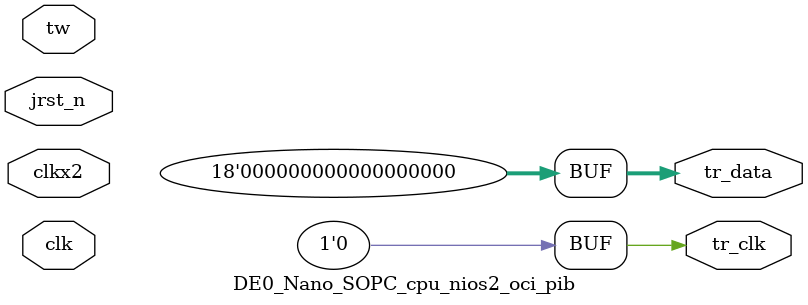
<source format=v>
module DE0_Nano_SOPC_cpu_nios2_oci_pib (
                                          clk,
                                          clkx2,
                                          jrst_n,
                                          tw,
                                          tr_clk,
                                          tr_data
                                       )
;
  output           tr_clk;
  output  [ 17: 0] tr_data;
  input            clk;
  input            clkx2;
  input            jrst_n;
  input   [ 35: 0] tw;
  wire             phase;
  wire             tr_clk;
  reg              tr_clk_reg ;
  wire    [ 17: 0] tr_data;
  reg     [ 17: 0] tr_data_reg ;
  reg              x1 ;
  reg              x2 ;
  assign phase = x1^x2;
  always @(posedge clk or negedge jrst_n)
    begin
      if (jrst_n == 0)
          x1 <= 0;
      else 
        x1 <= ~x1;
    end
  always @(posedge clkx2 or negedge jrst_n)
    begin
      if (jrst_n == 0)
        begin
          x2 <= 0;
          tr_clk_reg <= 0;
          tr_data_reg <= 0;
        end
      else 
        begin
          x2 <= x1;
          tr_clk_reg <= ~phase;
          tr_data_reg <= phase ?   tw[17 : 0] :   tw[35 : 18];
        end
    end
  assign tr_clk = 0 ? tr_clk_reg : 0;
  assign tr_data = 0 ? tr_data_reg : 0;
endmodule
</source>
